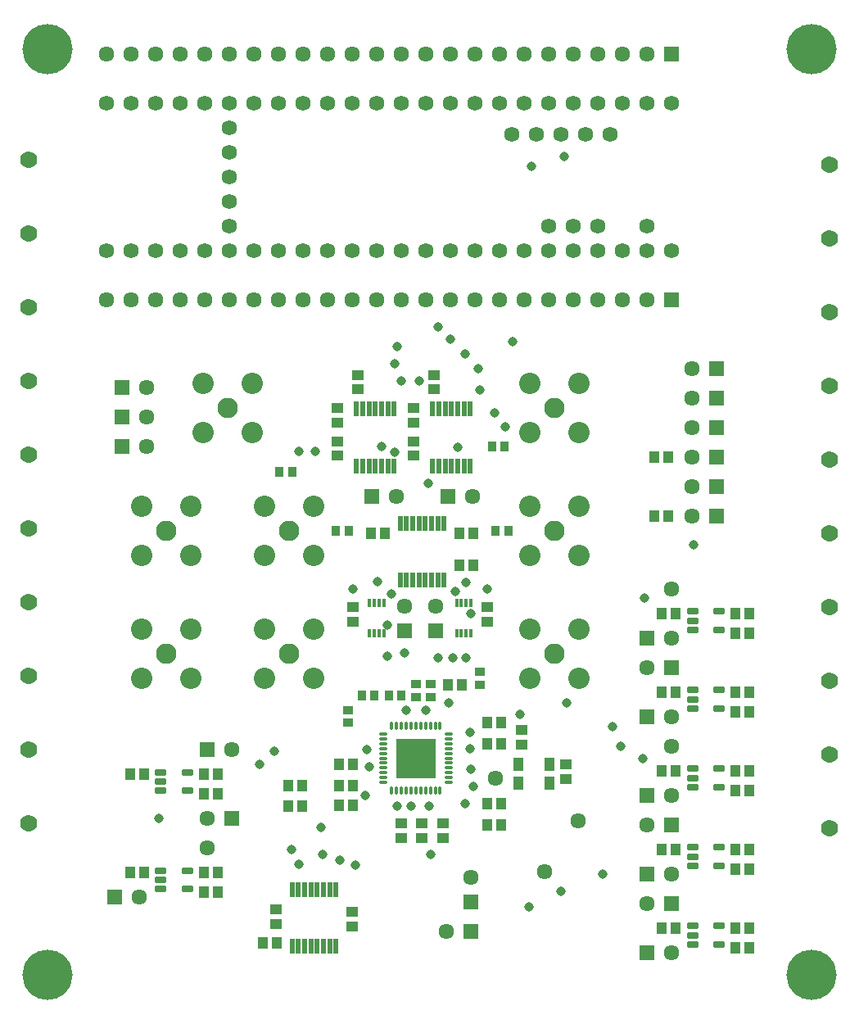
<source format=gts>
G04*
G04 #@! TF.GenerationSoftware,Altium Limited,Altium Designer,22.3.1 (43)*
G04*
G04 Layer_Color=8388736*
%FSLAX25Y25*%
%MOIN*%
G70*
G04*
G04 #@! TF.SameCoordinates,E19C0AB1-6057-4413-9D38-1CFD4383DBF5*
G04*
G04*
G04 #@! TF.FilePolarity,Negative*
G04*
G01*
G75*
%ADD15R,0.03591X0.04181*%
%ADD16R,0.04181X0.03591*%
%ADD17R,0.04181X0.04575*%
%ADD18R,0.02213X0.06248*%
G04:AMPARAMS|DCode=19|XSize=28.03mil|YSize=43.78mil|CornerRadius=4.21mil|HoleSize=0mil|Usage=FLASHONLY|Rotation=90.000|XOffset=0mil|YOffset=0mil|HoleType=Round|Shape=RoundedRectangle|*
%AMROUNDEDRECTD19*
21,1,0.02803,0.03535,0,0,90.0*
21,1,0.01961,0.04378,0,0,90.0*
1,1,0.00843,0.01768,0.00980*
1,1,0.00843,0.01768,-0.00980*
1,1,0.00843,-0.01768,-0.00980*
1,1,0.00843,-0.01768,0.00980*
%
%ADD19ROUNDEDRECTD19*%
%ADD20R,0.04575X0.04181*%
%ADD21R,0.01622X0.03787*%
%ADD22R,0.04024X0.05244*%
%ADD23O,0.01228X0.03984*%
%ADD24O,0.03984X0.01228*%
%ADD25R,0.16189X0.16189*%
%ADD26C,0.06241*%
%ADD27C,0.08709*%
%ADD28C,0.08315*%
%ADD29C,0.06347*%
%ADD30R,0.06347X0.06347*%
%ADD31C,0.20441*%
%ADD32R,0.06347X0.06347*%
%ADD33C,0.03841*%
%ADD34C,0.06941*%
%ADD35C,0.02941*%
D15*
X114559Y219500D02*
D03*
X109441D02*
D03*
X195941Y230000D02*
D03*
X201059D02*
D03*
X153941Y128500D02*
D03*
X159059D02*
D03*
X202559Y195500D02*
D03*
X197441D02*
D03*
X132441D02*
D03*
X137559D02*
D03*
X142941Y128500D02*
D03*
X148059D02*
D03*
D16*
X171000Y133059D02*
D03*
Y127941D02*
D03*
X191000Y132941D02*
D03*
Y138059D02*
D03*
X137500Y117441D02*
D03*
Y122559D02*
D03*
X165000Y127941D02*
D03*
Y133059D02*
D03*
D17*
X178146Y133000D02*
D03*
X183854D02*
D03*
X182646Y194500D02*
D03*
X188354D02*
D03*
X152354D02*
D03*
X146646D02*
D03*
X300854Y122000D02*
D03*
X295146D02*
D03*
X300854Y162000D02*
D03*
X295146D02*
D03*
X300854Y154000D02*
D03*
X295146D02*
D03*
X300854Y130000D02*
D03*
X295146D02*
D03*
X265146D02*
D03*
X270854D02*
D03*
X265146Y162000D02*
D03*
X270854D02*
D03*
X265146Y34000D02*
D03*
X270854D02*
D03*
X300854Y66000D02*
D03*
X295146D02*
D03*
X300854Y58000D02*
D03*
X295146D02*
D03*
X265146Y98000D02*
D03*
X270854D02*
D03*
X300854Y90000D02*
D03*
X295146D02*
D03*
X300854Y98000D02*
D03*
X295146D02*
D03*
X265146Y66000D02*
D03*
X270854D02*
D03*
X300854Y26000D02*
D03*
X295146D02*
D03*
X300854Y34000D02*
D03*
X295146D02*
D03*
X267854Y201500D02*
D03*
X262146D02*
D03*
X267854Y225500D02*
D03*
X262146D02*
D03*
X54354Y96500D02*
D03*
X48646D02*
D03*
X199854Y117500D02*
D03*
X194146D02*
D03*
X113146Y92000D02*
D03*
X118854D02*
D03*
X113146Y83500D02*
D03*
X118854D02*
D03*
X188354Y181500D02*
D03*
X182646D02*
D03*
X194146Y76000D02*
D03*
X199854D02*
D03*
Y84500D02*
D03*
X194146D02*
D03*
X133646Y84000D02*
D03*
X139354D02*
D03*
X133646Y92000D02*
D03*
X139354D02*
D03*
X133646Y100500D02*
D03*
X139354D02*
D03*
X199854Y109000D02*
D03*
X194146D02*
D03*
X102646Y28000D02*
D03*
X108354D02*
D03*
X78646Y48500D02*
D03*
X84354D02*
D03*
X78646Y56500D02*
D03*
X84354D02*
D03*
X78646Y88500D02*
D03*
X84354D02*
D03*
X78646Y96500D02*
D03*
X84354D02*
D03*
X54354Y56500D02*
D03*
X48646D02*
D03*
D18*
X158543Y198567D02*
D03*
X161102D02*
D03*
X163661D02*
D03*
X166220D02*
D03*
X168780D02*
D03*
X171339D02*
D03*
X173898D02*
D03*
X176457D02*
D03*
Y175433D02*
D03*
X173898D02*
D03*
X171339D02*
D03*
X168780D02*
D03*
X166220D02*
D03*
X163661D02*
D03*
X161102D02*
D03*
X158543D02*
D03*
X140823Y221933D02*
D03*
X143382D02*
D03*
X145941D02*
D03*
X148500D02*
D03*
X151059D02*
D03*
X153618D02*
D03*
X156177D02*
D03*
Y245067D02*
D03*
X153618D02*
D03*
X151059D02*
D03*
X148500D02*
D03*
X145941D02*
D03*
X143382D02*
D03*
X140823D02*
D03*
X171823Y221933D02*
D03*
X174382D02*
D03*
X176941D02*
D03*
X179500D02*
D03*
X182059D02*
D03*
X184618D02*
D03*
X187177D02*
D03*
Y245067D02*
D03*
X184618D02*
D03*
X182059D02*
D03*
X179500D02*
D03*
X176941D02*
D03*
X174382D02*
D03*
X171823D02*
D03*
X132457Y49567D02*
D03*
X129898D02*
D03*
X127339D02*
D03*
X124779D02*
D03*
X122221D02*
D03*
X119661D02*
D03*
X117102D02*
D03*
X114543D02*
D03*
Y26433D02*
D03*
X117102D02*
D03*
X119661D02*
D03*
X122221D02*
D03*
X124779D02*
D03*
X127339D02*
D03*
X129898D02*
D03*
X132457D02*
D03*
D19*
X277587Y162740D02*
D03*
Y159000D02*
D03*
Y155260D02*
D03*
X288413D02*
D03*
Y162740D02*
D03*
X277587Y130740D02*
D03*
Y127000D02*
D03*
Y123260D02*
D03*
X288413D02*
D03*
Y130740D02*
D03*
X277587Y66740D02*
D03*
Y63000D02*
D03*
Y59260D02*
D03*
X288413D02*
D03*
Y66740D02*
D03*
X277587Y98740D02*
D03*
Y95000D02*
D03*
Y91260D02*
D03*
X288413D02*
D03*
Y98740D02*
D03*
X277587Y34740D02*
D03*
Y31000D02*
D03*
Y27260D02*
D03*
X288413D02*
D03*
Y34740D02*
D03*
X71913Y97240D02*
D03*
Y89760D02*
D03*
X61087D02*
D03*
Y93500D02*
D03*
Y97240D02*
D03*
X71913Y57240D02*
D03*
Y49760D02*
D03*
X61087D02*
D03*
Y53500D02*
D03*
Y57240D02*
D03*
D20*
X194000Y164354D02*
D03*
Y158646D02*
D03*
X139500Y164354D02*
D03*
Y158646D02*
D03*
X172500Y253146D02*
D03*
Y258854D02*
D03*
X141500Y253146D02*
D03*
Y258854D02*
D03*
X159000Y70646D02*
D03*
Y76354D02*
D03*
X167500Y70646D02*
D03*
Y76354D02*
D03*
X176000Y70646D02*
D03*
Y76354D02*
D03*
X208000Y114354D02*
D03*
Y108646D02*
D03*
X133000Y231854D02*
D03*
Y226146D02*
D03*
Y239646D02*
D03*
Y245354D02*
D03*
X164000Y231854D02*
D03*
Y226146D02*
D03*
Y239646D02*
D03*
Y245354D02*
D03*
X139000Y40354D02*
D03*
Y34646D02*
D03*
X108000Y41354D02*
D03*
Y35646D02*
D03*
X226000Y100354D02*
D03*
Y94646D02*
D03*
D21*
X181547Y153799D02*
D03*
X183516D02*
D03*
X185484D02*
D03*
X187453D02*
D03*
Y166201D02*
D03*
X185484D02*
D03*
X183516D02*
D03*
X181547D02*
D03*
X146047Y153799D02*
D03*
X148016D02*
D03*
X149984D02*
D03*
X151953D02*
D03*
Y166201D02*
D03*
X149984D02*
D03*
X148016D02*
D03*
X146047D02*
D03*
D22*
X206563Y93000D02*
D03*
X219437D02*
D03*
Y100500D02*
D03*
X206563D02*
D03*
D23*
X155157Y89713D02*
D03*
X157126D02*
D03*
X159095D02*
D03*
X161063D02*
D03*
X163031D02*
D03*
X165000D02*
D03*
X166969D02*
D03*
X168937D02*
D03*
X170905D02*
D03*
X172874D02*
D03*
X174843D02*
D03*
Y116287D02*
D03*
X172874D02*
D03*
X170905D02*
D03*
X168937D02*
D03*
X166969D02*
D03*
X165000D02*
D03*
X163031D02*
D03*
X161063D02*
D03*
X159095D02*
D03*
X157126D02*
D03*
X155157D02*
D03*
D24*
X178287Y93158D02*
D03*
Y95126D02*
D03*
Y97095D02*
D03*
Y99063D02*
D03*
Y101031D02*
D03*
Y103000D02*
D03*
Y104969D02*
D03*
Y106937D02*
D03*
Y108905D02*
D03*
Y110874D02*
D03*
Y112843D02*
D03*
X151713D02*
D03*
Y110874D02*
D03*
Y108905D02*
D03*
Y106937D02*
D03*
Y104969D02*
D03*
Y103000D02*
D03*
Y101031D02*
D03*
Y99063D02*
D03*
Y97095D02*
D03*
Y95126D02*
D03*
Y93158D02*
D03*
D25*
X165000Y103000D02*
D03*
D26*
X204000Y357000D02*
D03*
X214000D02*
D03*
X224000D02*
D03*
X234000D02*
D03*
X244000D02*
D03*
X219000Y319500D02*
D03*
X229000D02*
D03*
X239000D02*
D03*
X259000D02*
D03*
X89000D02*
D03*
Y349500D02*
D03*
Y329500D02*
D03*
Y339500D02*
D03*
Y359500D02*
D03*
X119000Y309500D02*
D03*
X109000D02*
D03*
X99000D02*
D03*
X89000D02*
D03*
X79000D02*
D03*
X69000D02*
D03*
X59000D02*
D03*
X49000D02*
D03*
X39000D02*
D03*
Y369500D02*
D03*
X49000D02*
D03*
X59000D02*
D03*
X69000D02*
D03*
X79000D02*
D03*
X89000D02*
D03*
X99000D02*
D03*
X109000D02*
D03*
X119000D02*
D03*
X129000Y309500D02*
D03*
Y369500D02*
D03*
X269000Y309500D02*
D03*
Y369500D02*
D03*
X259000Y309500D02*
D03*
X249000D02*
D03*
X259000Y369500D02*
D03*
X239000Y309500D02*
D03*
X229000D02*
D03*
X219000D02*
D03*
X209000D02*
D03*
X199000D02*
D03*
X189000D02*
D03*
X179000D02*
D03*
X169000D02*
D03*
X159000D02*
D03*
X149000D02*
D03*
X139000D02*
D03*
Y369500D02*
D03*
X149000D02*
D03*
X159000D02*
D03*
X169000D02*
D03*
X179000D02*
D03*
X189000D02*
D03*
X199000D02*
D03*
X209000D02*
D03*
X219000D02*
D03*
X229000D02*
D03*
X239000D02*
D03*
X249000D02*
D03*
D27*
X211500Y235500D02*
D03*
X231500D02*
D03*
Y255500D02*
D03*
X211500D02*
D03*
X78500Y235500D02*
D03*
X98500D02*
D03*
Y255500D02*
D03*
X78500D02*
D03*
X103500Y155500D02*
D03*
X123500D02*
D03*
Y135500D02*
D03*
X103500D02*
D03*
Y185500D02*
D03*
X123500D02*
D03*
Y205500D02*
D03*
X103500D02*
D03*
X211500Y185500D02*
D03*
X231500D02*
D03*
Y205500D02*
D03*
X211500D02*
D03*
X53500Y155500D02*
D03*
X73500D02*
D03*
Y135500D02*
D03*
X53500D02*
D03*
Y205500D02*
D03*
X73500D02*
D03*
Y185500D02*
D03*
X53500D02*
D03*
X211500Y155500D02*
D03*
X231500D02*
D03*
Y135500D02*
D03*
X211500D02*
D03*
D28*
X221500Y245500D02*
D03*
X88500D02*
D03*
X113500Y145500D02*
D03*
Y195500D02*
D03*
X221500D02*
D03*
X63500Y145500D02*
D03*
Y195500D02*
D03*
X221500Y145500D02*
D03*
D29*
X217474Y56866D02*
D03*
X187500Y54500D02*
D03*
X231000Y77500D02*
D03*
X197500Y95000D02*
D03*
X269000Y108000D02*
D03*
X80000Y66500D02*
D03*
X269000Y172000D02*
D03*
X188000Y209500D02*
D03*
X157000D02*
D03*
X269000Y24000D02*
D03*
X259000Y44000D02*
D03*
X269000Y56000D02*
D03*
X259000Y140000D02*
D03*
X269000Y152000D02*
D03*
Y120000D02*
D03*
Y88000D02*
D03*
X259000Y76000D02*
D03*
X55500Y254000D02*
D03*
Y242000D02*
D03*
Y230000D02*
D03*
X173000Y165000D02*
D03*
X160500D02*
D03*
X277500Y225500D02*
D03*
Y261500D02*
D03*
Y249500D02*
D03*
Y237500D02*
D03*
Y201500D02*
D03*
Y213500D02*
D03*
X39000Y389500D02*
D03*
X49000D02*
D03*
X59000D02*
D03*
X69000D02*
D03*
X79000D02*
D03*
X89000D02*
D03*
X99000D02*
D03*
X109000D02*
D03*
X119000D02*
D03*
X129000D02*
D03*
X139000D02*
D03*
X149000D02*
D03*
X159000D02*
D03*
X169000D02*
D03*
X179000D02*
D03*
X189000D02*
D03*
X199000D02*
D03*
X209000D02*
D03*
X219000D02*
D03*
X229000D02*
D03*
X239000D02*
D03*
X249000D02*
D03*
X259000D02*
D03*
X39000Y289500D02*
D03*
X49000D02*
D03*
X59000D02*
D03*
X69000D02*
D03*
X79000D02*
D03*
X89000D02*
D03*
X99000D02*
D03*
X109000D02*
D03*
X119000D02*
D03*
X129000D02*
D03*
X139000D02*
D03*
X149000D02*
D03*
X159000D02*
D03*
X169000D02*
D03*
X179000D02*
D03*
X189000D02*
D03*
X199000D02*
D03*
X209000D02*
D03*
X219000D02*
D03*
X229000D02*
D03*
X239000D02*
D03*
X249000D02*
D03*
X259000D02*
D03*
X52500Y46500D02*
D03*
X90000Y106500D02*
D03*
X177500Y32500D02*
D03*
X80000Y78500D02*
D03*
D30*
X187500Y44500D02*
D03*
X173000Y155000D02*
D03*
X160500D02*
D03*
D31*
X326000Y391500D02*
D03*
X15000D02*
D03*
X326000Y15000D02*
D03*
X15000D02*
D03*
D32*
X178000Y209500D02*
D03*
X147000D02*
D03*
X259000Y24000D02*
D03*
X269000Y44000D02*
D03*
X259000Y56000D02*
D03*
X269000Y140000D02*
D03*
X259000Y152000D02*
D03*
Y120000D02*
D03*
Y88000D02*
D03*
X269000Y76000D02*
D03*
X45500Y254000D02*
D03*
Y242000D02*
D03*
Y230000D02*
D03*
X287500Y225500D02*
D03*
Y261500D02*
D03*
Y249500D02*
D03*
Y237500D02*
D03*
Y201500D02*
D03*
Y213500D02*
D03*
X269000Y389500D02*
D03*
Y289500D02*
D03*
X42500Y46500D02*
D03*
X80000Y106500D02*
D03*
X187500Y32500D02*
D03*
X90000Y78500D02*
D03*
D33*
X201500Y238000D02*
D03*
X204500Y272500D02*
D03*
X197000Y243500D02*
D03*
X182000Y229500D02*
D03*
X153500Y157344D02*
D03*
X155000Y170000D02*
D03*
X126500Y74844D02*
D03*
X156500Y227500D02*
D03*
X170104Y214895D02*
D03*
X226500Y125500D02*
D03*
X188500Y91500D02*
D03*
X185000Y84500D02*
D03*
X241000Y55700D02*
D03*
X224000Y49000D02*
D03*
X211000Y42500D02*
D03*
X60500Y78500D02*
D03*
X257500Y103000D02*
D03*
X245000Y116000D02*
D03*
X187000Y107000D02*
D03*
X191000Y253000D02*
D03*
X166500Y256500D02*
D03*
X159039D02*
D03*
X157500Y270500D02*
D03*
X179000Y273500D02*
D03*
X190500Y261500D02*
D03*
X185000Y267500D02*
D03*
X174000Y278500D02*
D03*
X278000Y190000D02*
D03*
X248300Y108000D02*
D03*
X258000Y168054D02*
D03*
X156500Y263500D02*
D03*
X225500Y348000D02*
D03*
X212000Y344000D02*
D03*
X185500Y174500D02*
D03*
X149517Y174983D02*
D03*
X194000Y172000D02*
D03*
X174000Y144000D02*
D03*
X180000D02*
D03*
X185500D02*
D03*
X181167Y170742D02*
D03*
X139500Y172000D02*
D03*
X160500Y146000D02*
D03*
X153500Y144500D02*
D03*
X207500Y121000D02*
D03*
X144262Y87738D02*
D03*
X145969Y99531D02*
D03*
X145000Y106500D02*
D03*
X107500Y106000D02*
D03*
X101500Y100500D02*
D03*
X171000Y64000D02*
D03*
X157500Y83500D02*
D03*
X170500D02*
D03*
X163000D02*
D03*
X187500Y98500D02*
D03*
X187000Y113500D02*
D03*
X178500Y125500D02*
D03*
X114500Y66000D02*
D03*
X117500Y60000D02*
D03*
X134000Y61500D02*
D03*
X140500Y59500D02*
D03*
X127000Y64000D02*
D03*
X117500Y228000D02*
D03*
X124000D02*
D03*
X151000Y230000D02*
D03*
X187500Y162000D02*
D03*
X161000Y122500D02*
D03*
X169000D02*
D03*
D34*
X333500Y284500D02*
D03*
Y164500D02*
D03*
Y134500D02*
D03*
Y104500D02*
D03*
Y314500D02*
D03*
Y254500D02*
D03*
Y224500D02*
D03*
Y194500D02*
D03*
Y74500D02*
D03*
Y344500D02*
D03*
X7500Y76500D02*
D03*
Y106500D02*
D03*
Y136500D02*
D03*
Y166500D02*
D03*
Y196500D02*
D03*
Y226500D02*
D03*
Y256500D02*
D03*
Y286500D02*
D03*
Y316500D02*
D03*
Y346500D02*
D03*
D35*
X158504Y96504D02*
D03*
Y100835D02*
D03*
Y105165D02*
D03*
Y109496D02*
D03*
X162835Y96504D02*
D03*
Y100835D02*
D03*
Y105165D02*
D03*
Y109496D02*
D03*
X167165Y96504D02*
D03*
Y100835D02*
D03*
Y105165D02*
D03*
Y109496D02*
D03*
X171496Y96504D02*
D03*
Y100835D02*
D03*
Y105165D02*
D03*
Y109496D02*
D03*
M02*

</source>
